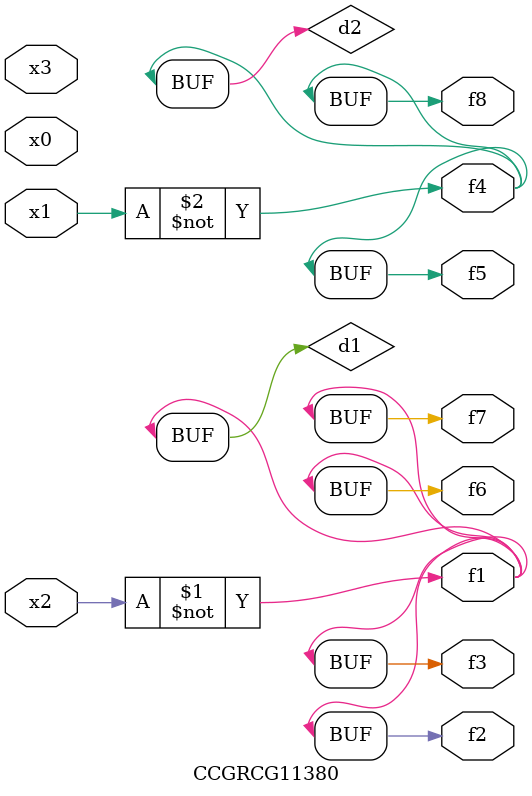
<source format=v>
module CCGRCG11380(
	input x0, x1, x2, x3,
	output f1, f2, f3, f4, f5, f6, f7, f8
);

	wire d1, d2;

	xnor (d1, x2);
	not (d2, x1);
	assign f1 = d1;
	assign f2 = d1;
	assign f3 = d1;
	assign f4 = d2;
	assign f5 = d2;
	assign f6 = d1;
	assign f7 = d1;
	assign f8 = d2;
endmodule

</source>
